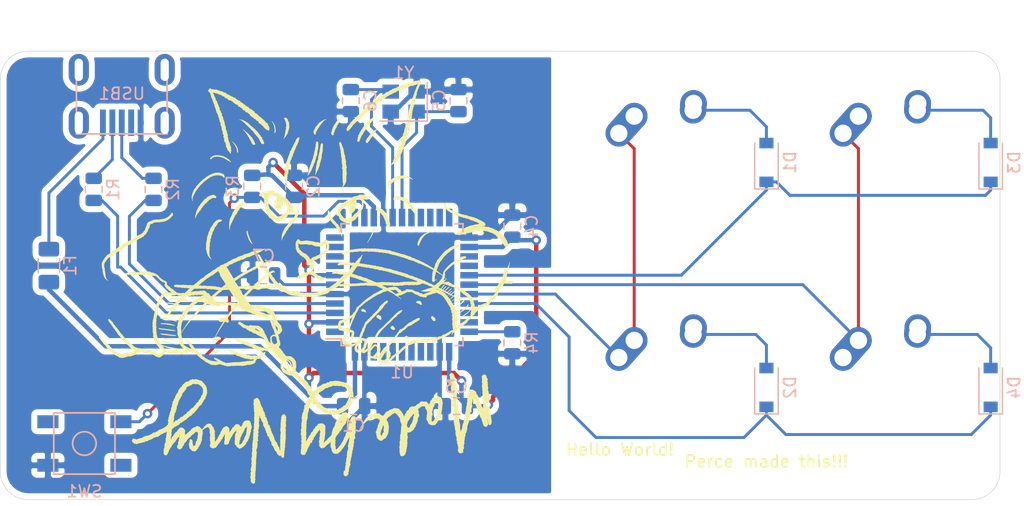
<source format=kicad_pcb>
(kicad_pcb (version 20171130) (host pcbnew "(5.1.5)-1")
  (layers (0 F.Cu signal) (31 B.Cu signal) (34 B.Paste user) (35 F.Paste user) (36 B.SilkS user) (37 F.SilkS user) (38 B.Mask user) (39 F.Mask user) (44 Edge.Cuts user))
  (net 0 "")
  (net 1 GND)
  (net 2 +5V)
  (net 3 "Net-(C5-Pad2)")
  (net 4 "Net-(C6-Pad2)")
  (net 5 "Net-(C7-Pad1)")
  (net 6 "Net-(D1-Pad2)")
  (net 7 ROW0)
  (net 8 "Net-(D2-Pad2)")
  (net 9 ROW1)
  (net 10 "Net-(D3-Pad2)")
  (net 11 "Net-(D4-Pad2)")
  (net 12 VCC)
  (net 13 COL0)
  (net 14 COL1)
  (net 15 D-)
  (net 16 "Net-(R1-Pad1)")
  (net 17 D+)
  (net 18 "Net-(R2-Pad1)")
  (net 19 "Net-(R3-Pad2)")
  (net 20 "Net-(R4-Pad2)")
  (net 21 "Net-(U1-Pad42)")
  (net 22 "Net-(U1-Pad41)")
  (net 23 "Net-(U1-Pad40)")
  (net 24 "Net-(U1-Pad39)")
  (net 25 "Net-(U1-Pad38)")
  (net 26 "Net-(U1-Pad37)")
  (net 27 "Net-(U1-Pad36)")
  (net 28 "Net-(U1-Pad32)")
  (net 29 "Net-(U1-Pad31)")
  (net 30 "Net-(U1-Pad26)")
  (net 31 "Net-(U1-Pad25)")
  (net 32 "Net-(U1-Pad22)")
  (net 33 "Net-(U1-Pad21)")
  (net 34 "Net-(U1-Pad20)")
  (net 35 "Net-(U1-Pad19)")
  (net 36 "Net-(U1-Pad18)")
  (net 37 "Net-(U1-Pad12)")
  (net 38 "Net-(U1-Pad11)")
  (net 39 "Net-(U1-Pad10)")
  (net 40 "Net-(U1-Pad9)")
  (net 41 "Net-(U1-Pad8)")
  (net 42 "Net-(U1-Pad1)")
  (net 43 "Net-(USB1-Pad6)")
  (net 44 "Net-(USB1-Pad2)")
  (module perce:logo_smallest (layer F.Cu) (at -382.016 49.53)
    (fp_text reference G*** hide)
    (fp_text value LOGO hide)
  )
  (module Crystal:Crystal_SMD_3225-4Pin_3.2x2.5mm (layer B.Cu) (at -373.718 34.456 180)
    (fp_text reference Y1 (at 0 2.45) (layer B.SilkS) (effects (justify mirror)))
    (fp_text value Crystal_GND24_Small)
    (pad 4 smd rect (at -1.1 0.85 180) (size 1.4 1.2) (layers B.Cu B.Paste B.Mask) (net 1 GND))
    (pad 3 smd rect (at 1.1 0.85 180) (size 1.4 1.2) (layers B.Cu B.Paste B.Mask) (net 4 "Net-(C6-Pad2)"))
    (pad 2 smd rect (at 1.1 -0.85 180) (size 1.4 1.2) (layers B.Cu B.Paste B.Mask) (net 1 GND))
    (pad 1 smd rect (at -1.1 -0.85 180) (size 1.4 1.2) (layers B.Cu B.Paste B.Mask) (net 3 "Net-(C5-Pad2)"))
  )
  (module random-keyboard-parts:Molex-0548190589 (layer B.Cu) (at -397.66875 31.75 270)
    (fp_text reference USB1 (at 2.032 0) (layer B.SilkS) (effects (justify mirror)))
    (fp_text value Molex-0548190589)
    (pad 6 thru_hole oval (at 0 3.65 270) (size 2.7 1.7) (drill oval 1.9 0.7) (layers *.Cu *.Mask) (net 43 "Net-(USB1-Pad6)"))
    (pad 6 thru_hole oval (at 0 -3.65 270) (size 2.7 1.7) (drill oval 1.9 0.7) (layers *.Cu *.Mask) (net 43 "Net-(USB1-Pad6)"))
    (pad 6 thru_hole oval (at 4.5 -3.65 270) (size 2.7 1.7) (drill oval 1.9 0.7) (layers *.Cu *.Mask) (net 43 "Net-(USB1-Pad6)"))
    (pad 6 thru_hole oval (at 4.5 3.65 270) (size 2.7 1.7) (drill oval 1.9 0.7) (layers *.Cu *.Mask) (net 43 "Net-(USB1-Pad6)"))
    (pad 5 smd rect (at 4.5 1.6 270) (size 2.25 0.5) (layers B.Cu B.Paste B.Mask) (net 12 VCC))
    (pad 4 smd rect (at 4.5 0.8 270) (size 2.25 0.5) (layers B.Cu B.Paste B.Mask) (net 15 D-))
    (pad 3 smd rect (at 4.5 0 270) (size 2.25 0.5) (layers B.Cu B.Paste B.Mask) (net 17 D+))
    (pad 2 smd rect (at 4.5 -0.8 270) (size 2.25 0.5) (layers B.Cu B.Paste B.Mask) (net 44 "Net-(USB1-Pad2)"))
    (pad 1 smd rect (at 4.5 -1.6 270) (size 2.25 0.5) (layers B.Cu B.Paste B.Mask) (net 1 GND))
  )
  (module Package_QFP:TQFP-44_10x10mm_P0.8mm (layer B.Cu) (at -373.85625 50.00625)
    (fp_text reference U1 (at 0 7.45) (layer B.SilkS) (effects (justify mirror)))
    (fp_text value ATmega32U4-AU)
    (pad 44 smd rect (at -4 5.7 270) (size 1.5 0.55) (layers B.Cu B.Paste B.Mask) (net 2 +5V))
    (pad 43 smd rect (at -3.2 5.7 270) (size 1.5 0.55) (layers B.Cu B.Paste B.Mask) (net 1 GND))
    (pad 42 smd rect (at -2.4 5.7 270) (size 1.5 0.55) (layers B.Cu B.Paste B.Mask) (net 21 "Net-(U1-Pad42)"))
    (pad 41 smd rect (at -1.6 5.7 270) (size 1.5 0.55) (layers B.Cu B.Paste B.Mask) (net 22 "Net-(U1-Pad41)"))
    (pad 40 smd rect (at -0.8 5.7 270) (size 1.5 0.55) (layers B.Cu B.Paste B.Mask) (net 23 "Net-(U1-Pad40)"))
    (pad 39 smd rect (at 0 5.7 270) (size 1.5 0.55) (layers B.Cu B.Paste B.Mask) (net 24 "Net-(U1-Pad39)"))
    (pad 38 smd rect (at 0.8 5.7 270) (size 1.5 0.55) (layers B.Cu B.Paste B.Mask) (net 25 "Net-(U1-Pad38)"))
    (pad 37 smd rect (at 1.6 5.7 270) (size 1.5 0.55) (layers B.Cu B.Paste B.Mask) (net 26 "Net-(U1-Pad37)"))
    (pad 36 smd rect (at 2.4 5.7 270) (size 1.5 0.55) (layers B.Cu B.Paste B.Mask) (net 27 "Net-(U1-Pad36)"))
    (pad 35 smd rect (at 3.2 5.7 270) (size 1.5 0.55) (layers B.Cu B.Paste B.Mask) (net 1 GND))
    (pad 34 smd rect (at 4 5.7 270) (size 1.5 0.55) (layers B.Cu B.Paste B.Mask) (net 2 +5V))
    (pad 33 smd rect (at 5.7 4) (size 1.5 0.55) (layers B.Cu B.Paste B.Mask) (net 20 "Net-(R4-Pad2)"))
    (pad 32 smd rect (at 5.7 3.2) (size 1.5 0.55) (layers B.Cu B.Paste B.Mask) (net 28 "Net-(U1-Pad32)"))
    (pad 31 smd rect (at 5.7 2.4) (size 1.5 0.55) (layers B.Cu B.Paste B.Mask) (net 29 "Net-(U1-Pad31)"))
    (pad 30 smd rect (at 5.7 1.6) (size 1.5 0.55) (layers B.Cu B.Paste B.Mask) (net 9 ROW1))
    (pad 29 smd rect (at 5.7 0.8) (size 1.5 0.55) (layers B.Cu B.Paste B.Mask) (net 13 COL0))
    (pad 28 smd rect (at 5.7 0) (size 1.5 0.55) (layers B.Cu B.Paste B.Mask) (net 14 COL1))
    (pad 27 smd rect (at 5.7 -0.8) (size 1.5 0.55) (layers B.Cu B.Paste B.Mask) (net 7 ROW0))
    (pad 26 smd rect (at 5.7 -1.6) (size 1.5 0.55) (layers B.Cu B.Paste B.Mask) (net 30 "Net-(U1-Pad26)"))
    (pad 25 smd rect (at 5.7 -2.4) (size 1.5 0.55) (layers B.Cu B.Paste B.Mask) (net 31 "Net-(U1-Pad25)"))
    (pad 24 smd rect (at 5.7 -3.2) (size 1.5 0.55) (layers B.Cu B.Paste B.Mask) (net 2 +5V))
    (pad 23 smd rect (at 5.7 -4) (size 1.5 0.55) (layers B.Cu B.Paste B.Mask) (net 1 GND))
    (pad 22 smd rect (at 4 -5.7 270) (size 1.5 0.55) (layers B.Cu B.Paste B.Mask) (net 32 "Net-(U1-Pad22)"))
    (pad 21 smd rect (at 3.2 -5.7 270) (size 1.5 0.55) (layers B.Cu B.Paste B.Mask) (net 33 "Net-(U1-Pad21)"))
    (pad 20 smd rect (at 2.4 -5.7 270) (size 1.5 0.55) (layers B.Cu B.Paste B.Mask) (net 34 "Net-(U1-Pad20)"))
    (pad 19 smd rect (at 1.6 -5.7 270) (size 1.5 0.55) (layers B.Cu B.Paste B.Mask) (net 35 "Net-(U1-Pad19)"))
    (pad 18 smd rect (at 0.8 -5.7 270) (size 1.5 0.55) (layers B.Cu B.Paste B.Mask) (net 36 "Net-(U1-Pad18)"))
    (pad 17 smd rect (at 0 -5.7 270) (size 1.5 0.55) (layers B.Cu B.Paste B.Mask) (net 3 "Net-(C5-Pad2)"))
    (pad 16 smd rect (at -0.8 -5.7 270) (size 1.5 0.55) (layers B.Cu B.Paste B.Mask) (net 4 "Net-(C6-Pad2)"))
    (pad 15 smd rect (at -1.6 -5.7 270) (size 1.5 0.55) (layers B.Cu B.Paste B.Mask) (net 1 GND))
    (pad 14 smd rect (at -2.4 -5.7 270) (size 1.5 0.55) (layers B.Cu B.Paste B.Mask) (net 2 +5V))
    (pad 13 smd rect (at -3.2 -5.7 270) (size 1.5 0.55) (layers B.Cu B.Paste B.Mask) (net 19 "Net-(R3-Pad2)"))
    (pad 12 smd rect (at -4 -5.7 270) (size 1.5 0.55) (layers B.Cu B.Paste B.Mask) (net 37 "Net-(U1-Pad12)"))
    (pad 11 smd rect (at -5.7 -4) (size 1.5 0.55) (layers B.Cu B.Paste B.Mask) (net 38 "Net-(U1-Pad11)"))
    (pad 10 smd rect (at -5.7 -3.2) (size 1.5 0.55) (layers B.Cu B.Paste B.Mask) (net 39 "Net-(U1-Pad10)"))
    (pad 9 smd rect (at -5.7 -2.4) (size 1.5 0.55) (layers B.Cu B.Paste B.Mask) (net 40 "Net-(U1-Pad9)"))
    (pad 8 smd rect (at -5.7 -1.6) (size 1.5 0.55) (layers B.Cu B.Paste B.Mask) (net 41 "Net-(U1-Pad8)"))
    (pad 7 smd rect (at -5.7 -0.8) (size 1.5 0.55) (layers B.Cu B.Paste B.Mask) (net 2 +5V))
    (pad 6 smd rect (at -5.7 0) (size 1.5 0.55) (layers B.Cu B.Paste B.Mask) (net 5 "Net-(C7-Pad1)"))
    (pad 5 smd rect (at -5.7 0.8) (size 1.5 0.55) (layers B.Cu B.Paste B.Mask) (net 1 GND))
    (pad 4 smd rect (at -5.7 1.6) (size 1.5 0.55) (layers B.Cu B.Paste B.Mask) (net 18 "Net-(R2-Pad1)"))
    (pad 3 smd rect (at -5.7 2.4) (size 1.5 0.55) (layers B.Cu B.Paste B.Mask) (net 16 "Net-(R1-Pad1)"))
    (pad 2 smd rect (at -5.7 3.2) (size 1.5 0.55) (layers B.Cu B.Paste B.Mask) (net 2 +5V))
    (pad 1 smd rect (at -5.7 4) (size 1.5 0.55) (layers B.Cu B.Paste B.Mask) (net 42 "Net-(U1-Pad1)"))
  )
  (module random-keyboard-parts:SKQG-1155865 (layer B.Cu) (at -400.84375 63.5 180)
    (fp_text reference SW1 (at 0 -4.064) (layer B.SilkS) (effects (justify mirror)))
    (fp_text value SW_Push)
    (pad 4 smd rect (at -3.1 -1.85 180) (size 1.8 1.1) (layers B.Cu B.Paste B.Mask))
    (pad 3 smd rect (at 3.1 1.85 180) (size 1.8 1.1) (layers B.Cu B.Paste B.Mask))
    (pad 2 smd rect (at -3.1 1.85 180) (size 1.8 1.1) (layers B.Cu B.Paste B.Mask) (net 19 "Net-(R3-Pad2)"))
    (pad 1 smd rect (at 3.1 -1.85 180) (size 1.8 1.1) (layers B.Cu B.Paste B.Mask) (net 1 GND))
  )
  (module Resistor_SMD:R_0805_2012Metric (layer B.Cu) (at -364.49 54.9425 90)
    (fp_text reference R4 (at 0 1.65 270) (layer B.SilkS) (effects (justify mirror)))
    (fp_text value 10k)
    (pad 2 smd roundrect (at 0.9375 0 90) (size 0.975 1.4) (layers B.Cu B.Paste B.Mask) (net 20 "Net-(R4-Pad2)"))
    (pad 1 smd roundrect (at -0.9375 0 90) (size 0.975 1.4) (layers B.Cu B.Paste B.Mask) (net 1 GND))
  )
  (module Resistor_SMD:R_0805_2012Metric (layer B.Cu) (at -386.588 41.656 270)
    (fp_text reference R3 (at 0 1.65 270) (layer B.SilkS) (effects (justify mirror)))
    (fp_text value 10k)
    (pad 2 smd roundrect (at 0.9375 0 270) (size 0.975 1.4) (layers B.Cu B.Paste B.Mask) (net 19 "Net-(R3-Pad2)"))
    (pad 1 smd roundrect (at -0.9375 0 270) (size 0.975 1.4) (layers B.Cu B.Paste B.Mask) (net 2 +5V))
  )
  (module Resistor_SMD:R_0805_2012Metric (layer B.Cu) (at -394.97 41.91 90)
    (fp_text reference R2 (at 0 1.65 270) (layer B.SilkS) (effects (justify mirror)))
    (fp_text value 22)
    (pad 2 smd roundrect (at 0.9375 0 90) (size 0.975 1.4) (layers B.Cu B.Paste B.Mask) (net 17 D+))
    (pad 1 smd roundrect (at -0.9375 0 90) (size 0.975 1.4) (layers B.Cu B.Paste B.Mask) (net 18 "Net-(R2-Pad1)"))
  )
  (module Resistor_SMD:R_0805_2012Metric (layer B.Cu) (at -400.05 41.91 90)
    (fp_text reference R1 (at 0 1.65 270) (layer B.SilkS) (effects (justify mirror)))
    (fp_text value 22)
    (pad 2 smd roundrect (at 0.9375 0 90) (size 0.975 1.4) (layers B.Cu B.Paste B.Mask) (net 15 D-))
    (pad 1 smd roundrect (at -0.9375 0 90) (size 0.975 1.4) (layers B.Cu B.Paste B.Mask) (net 16 "Net-(R1-Pad1)"))
  )
  (module MX_Alps_Hybrid:MX-1U-NoLED (layer F.Cu) (at -332.58125 58.7375)
    (fp_text reference MX4)
    (fp_text value MX-NoLED)
    (pad "" np_thru_hole circle (at 5.08 0 48.0996) (size 1.75 1.75) (drill 1.75) (layers *.Cu *.Mask))
    (pad "" np_thru_hole circle (at -5.08 0 48.0996) (size 1.75 1.75) (drill 1.75) (layers *.Cu *.Mask))
    (pad 1 thru_hole circle (at -2.5 -4) (size 2.25 2.25) (drill 1.47) (layers *.Cu B.Mask) (net 14 COL1))
    (pad "" np_thru_hole circle (at 0 0) (size 3.9878 3.9878) (drill 3.9878) (layers *.Cu *.Mask))
    (pad 1 thru_hole oval (at -3.81 -2.54 48.0996) (size 4.211556 2.25) (drill 1.47 (offset 0.980778 0)) (layers *.Cu B.Mask) (net 14 COL1))
    (pad 2 thru_hole circle (at 2.54 -5.08) (size 2.25 2.25) (drill 1.47) (layers *.Cu B.Mask) (net 11 "Net-(D4-Pad2)"))
    (pad 2 thru_hole oval (at 2.5 -4.5 86.0548) (size 2.831378 2.25) (drill 1.47 (offset 0.290689 0)) (layers *.Cu B.Mask) (net 11 "Net-(D4-Pad2)"))
  )
  (module MX_Alps_Hybrid:MX-1U-NoLED (layer F.Cu) (at -332.58125 39.6875)
    (fp_text reference MX3)
    (fp_text value MX-NoLED)
    (pad "" np_thru_hole circle (at 5.08 0 48.0996) (size 1.75 1.75) (drill 1.75) (layers *.Cu *.Mask))
    (pad "" np_thru_hole circle (at -5.08 0 48.0996) (size 1.75 1.75) (drill 1.75) (layers *.Cu *.Mask))
    (pad 1 thru_hole circle (at -2.5 -4) (size 2.25 2.25) (drill 1.47) (layers *.Cu B.Mask) (net 14 COL1))
    (pad "" np_thru_hole circle (at 0 0) (size 3.9878 3.9878) (drill 3.9878) (layers *.Cu *.Mask))
    (pad 1 thru_hole oval (at -3.81 -2.54 48.0996) (size 4.211556 2.25) (drill 1.47 (offset 0.980778 0)) (layers *.Cu B.Mask) (net 14 COL1))
    (pad 2 thru_hole circle (at 2.54 -5.08) (size 2.25 2.25) (drill 1.47) (layers *.Cu B.Mask) (net 10 "Net-(D3-Pad2)"))
    (pad 2 thru_hole oval (at 2.5 -4.5 86.0548) (size 2.831378 2.25) (drill 1.47 (offset 0.290689 0)) (layers *.Cu B.Mask) (net 10 "Net-(D3-Pad2)"))
  )
  (module MX_Alps_Hybrid:MX-1U-NoLED (layer F.Cu) (at -351.63125 58.7375)
    (fp_text reference MX2)
    (fp_text value MX-NoLED)
    (pad "" np_thru_hole circle (at 5.08 0 48.0996) (size 1.75 1.75) (drill 1.75) (layers *.Cu *.Mask))
    (pad "" np_thru_hole circle (at -5.08 0 48.0996) (size 1.75 1.75) (drill 1.75) (layers *.Cu *.Mask))
    (pad 1 thru_hole circle (at -2.5 -4) (size 2.25 2.25) (drill 1.47) (layers *.Cu B.Mask) (net 13 COL0))
    (pad "" np_thru_hole circle (at 0 0) (size 3.9878 3.9878) (drill 3.9878) (layers *.Cu *.Mask))
    (pad 1 thru_hole oval (at -3.81 -2.54 48.0996) (size 4.211556 2.25) (drill 1.47 (offset 0.980778 0)) (layers *.Cu B.Mask) (net 13 COL0))
    (pad 2 thru_hole circle (at 2.54 -5.08) (size 2.25 2.25) (drill 1.47) (layers *.Cu B.Mask) (net 8 "Net-(D2-Pad2)"))
    (pad 2 thru_hole oval (at 2.5 -4.5 86.0548) (size 2.831378 2.25) (drill 1.47 (offset 0.290689 0)) (layers *.Cu B.Mask) (net 8 "Net-(D2-Pad2)"))
  )
  (module MX_Alps_Hybrid:MX-1U-NoLED (layer F.Cu) (at -351.63125 39.6875)
    (fp_text reference MX1)
    (fp_text value MX-NoLED)
    (pad "" np_thru_hole circle (at 5.08 0 48.0996) (size 1.75 1.75) (drill 1.75) (layers *.Cu *.Mask))
    (pad "" np_thru_hole circle (at -5.08 0 48.0996) (size 1.75 1.75) (drill 1.75) (layers *.Cu *.Mask))
    (pad 1 thru_hole circle (at -2.5 -4) (size 2.25 2.25) (drill 1.47) (layers *.Cu B.Mask) (net 13 COL0))
    (pad "" np_thru_hole circle (at 0 0) (size 3.9878 3.9878) (drill 3.9878) (layers *.Cu *.Mask))
    (pad 1 thru_hole oval (at -3.81 -2.54 48.0996) (size 4.211556 2.25) (drill 1.47 (offset 0.980778 0)) (layers *.Cu B.Mask) (net 13 COL0))
    (pad 2 thru_hole circle (at 2.54 -5.08) (size 2.25 2.25) (drill 1.47) (layers *.Cu B.Mask) (net 6 "Net-(D1-Pad2)"))
    (pad 2 thru_hole oval (at 2.5 -4.5 86.0548) (size 2.831378 2.25) (drill 1.47 (offset 0.290689 0)) (layers *.Cu B.Mask) (net 6 "Net-(D1-Pad2)"))
  )
  (module Fuse:Fuse_1206_3216Metric (layer B.Cu) (at -403.86 48.39 90)
    (fp_text reference F1 (at 0 1.82 90) (layer B.SilkS) (effects (justify mirror)))
    (fp_text value 500mA)
    (pad 2 smd roundrect (at 1.4 0 90) (size 1.25 1.75) (layers B.Cu B.Paste B.Mask) (roundrect_rratio 0.2) (net 12 VCC))
    (pad 1 smd roundrect (at -1.4 0 90) (size 1.25 1.75) (layers B.Cu B.Paste B.Mask) (roundrect_rratio 0.2) (net 2 +5V))
  )
  (module Diode_SMD:D_SOD-123 (layer B.Cu) (at -323.85 58.7375 90)
    (fp_text reference D4 (at 0 2 270) (layer B.SilkS) (effects (justify mirror)))
    (fp_text value D_Small)
    (pad 2 smd rect (at 1.65 0 90) (size 0.9 1.2) (layers B.Cu B.Paste B.Mask) (net 11 "Net-(D4-Pad2)"))
    (pad 1 smd rect (at -1.65 0 90) (size 0.9 1.2) (layers B.Cu B.Paste B.Mask) (net 9 ROW1))
  )
  (module Diode_SMD:D_SOD-123 (layer B.Cu) (at -323.85 39.625 90)
    (fp_text reference D3 (at 0 2 270) (layer B.SilkS) (effects (justify mirror)))
    (fp_text value D_Small)
    (pad 2 smd rect (at 1.65 0 90) (size 0.9 1.2) (layers B.Cu B.Paste B.Mask) (net 10 "Net-(D3-Pad2)"))
    (pad 1 smd rect (at -1.65 0 90) (size 0.9 1.2) (layers B.Cu B.Paste B.Mask) (net 7 ROW0))
  )
  (module Diode_SMD:D_SOD-123 (layer B.Cu) (at -342.9 58.7375 90)
    (fp_text reference D2 (at 0 2 270) (layer B.SilkS) (effects (justify mirror)))
    (fp_text value D_Small)
    (pad 2 smd rect (at 1.65 0 90) (size 0.9 1.2) (layers B.Cu B.Paste B.Mask) (net 8 "Net-(D2-Pad2)"))
    (pad 1 smd rect (at -1.65 0 90) (size 0.9 1.2) (layers B.Cu B.Paste B.Mask) (net 9 ROW1))
  )
  (module Diode_SMD:D_SOD-123 (layer B.Cu) (at -342.9 39.625 90)
    (fp_text reference D1 (at 0 2 270) (layer B.SilkS) (effects (justify mirror)))
    (fp_text value D_Small)
    (pad 2 smd rect (at 1.65 0 90) (size 0.9 1.2) (layers B.Cu B.Paste B.Mask) (net 6 "Net-(D1-Pad2)"))
    (pad 1 smd rect (at -1.65 0 90) (size 0.9 1.2) (layers B.Cu B.Paste B.Mask) (net 7 ROW0))
  )
  (module Capacitor_SMD:C_0805_2012Metric (layer B.Cu) (at -385.61875 49.2125 180)
    (fp_text reference C7 (at 0 1.65) (layer B.SilkS) (effects (justify mirror)))
    (fp_text value 1uF)
    (pad 2 smd roundrect (at 0.9375 0 180) (size 0.975 1.4) (layers B.Cu B.Paste B.Mask) (net 1 GND))
    (pad 1 smd roundrect (at -0.9375 0 180) (size 0.975 1.4) (layers B.Cu B.Paste B.Mask) (net 5 "Net-(C7-Pad1)"))
  )
  (module Capacitor_SMD:C_0805_2012Metric (layer B.Cu) (at -378.206 34.3685 90)
    (fp_text reference C6 (at 0 1.65 270) (layer B.SilkS) (effects (justify mirror)))
    (fp_text value 22pF)
    (pad 2 smd roundrect (at 0.9375 0 90) (size 0.975 1.4) (layers B.Cu B.Paste B.Mask) (net 4 "Net-(C6-Pad2)"))
    (pad 1 smd roundrect (at -0.9375 0 90) (size 0.975 1.4) (layers B.Cu B.Paste B.Mask) (net 1 GND))
  )
  (module Capacitor_SMD:C_0805_2012Metric (layer B.Cu) (at -369.062 34.3685 270)
    (fp_text reference C5 (at 0 1.65 270) (layer B.SilkS) (effects (justify mirror)))
    (fp_text value 22pF)
    (pad 2 smd roundrect (at 0.9375 0 270) (size 0.975 1.4) (layers B.Cu B.Paste B.Mask) (net 3 "Net-(C5-Pad2)"))
    (pad 1 smd roundrect (at -0.9375 0 270) (size 0.975 1.4) (layers B.Cu B.Paste B.Mask) (net 1 GND))
  )
  (module Capacitor_SMD:C_0805_2012Metric (layer B.Cu) (at -364.49 45.0365 90)
    (fp_text reference C4 (at 0 1.65 90) (layer B.SilkS) (effects (justify mirror)))
    (fp_text value 0.1uf)
    (pad 2 smd roundrect (at 0.9375 0 90) (size 0.975 1.4) (layers B.Cu B.Paste B.Mask) (net 1 GND))
    (pad 1 smd roundrect (at -0.9375 0 90) (size 0.975 1.4) (layers B.Cu B.Paste B.Mask) (net 2 +5V))
  )
  (module Capacitor_SMD:C_0805_2012Metric (layer B.Cu) (at -369.2375 60.325 180)
    (fp_text reference C3 (at 0 1.65) (layer B.SilkS) (effects (justify mirror)))
    (fp_text value 0.1uf)
    (pad 2 smd roundrect (at 0.9375 0 180) (size 0.975 1.4) (layers B.Cu B.Paste B.Mask) (net 1 GND))
    (pad 1 smd roundrect (at -0.9375 0 180) (size 0.975 1.4) (layers B.Cu B.Paste B.Mask) (net 2 +5V))
  )
  (module Capacitor_SMD:C_0805_2012Metric (layer B.Cu) (at -383.032 41.656 90)
    (fp_text reference C2 (at 0 1.65 90) (layer B.SilkS) (effects (justify mirror)))
    (fp_text value 0.1uf)
    (pad 2 smd roundrect (at 0.9375 0 90) (size 0.975 1.4) (layers B.Cu B.Paste B.Mask) (net 1 GND))
    (pad 1 smd roundrect (at -0.9375 0 90) (size 0.975 1.4) (layers B.Cu B.Paste B.Mask) (net 2 +5V))
  )
  (module Capacitor_SMD:C_0805_2012Metric (layer B.Cu) (at -377.96875 60.325)
    (fp_text reference C1 (at 0 1.65) (layer B.SilkS) (effects (justify mirror)))
    (fp_text value 0.1uf)
    (pad 2 smd roundrect (at 0.9375 0) (size 0.975 1.4) (layers B.Cu B.Paste B.Mask) (net 1 GND))
    (pad 1 smd roundrect (at -0.9375 0) (size 0.975 1.4) (layers B.Cu B.Paste B.Mask) (net 2 +5V))
  )
  (gr_text "Perce made this!!!" (at -342.9 65.024) (layer F.SilkS) (effects (font (size 1 1))))
  (gr_text "Hello World!" (at -355.346 64.008) (layer F.SilkS) (effects (font (size 1 1))))
  (gr_arc (start -405.60625 65.88125) (end -407.9875 65.88125) (angle -90) (layer Edge.Cuts) (width 0.05))
  (gr_arc (start -405.60625 32.54375) (end -405.60625 30.1625) (angle -90) (layer Edge.Cuts) (width 0.05))
  (gr_line (start -407.9875 65.88125) (end -407.9875 32.54375) (layer Edge.Cuts) (width 0.05))
  (gr_line (start -325.4375 68.2625) (end -405.60625 68.2625) (layer Edge.Cuts) (width 0.05))
  (gr_line (start -325.4375 30.1625) (end -405.60625 30.1625) (layer Edge.Cuts) (width 0.05))
  (gr_line (start -323.05625 32.54375) (end -323.05625 65.88125) (layer Edge.Cuts) (width 0.05))
  (gr_arc (start -325.4375 65.88125) (end -325.4375 68.2625) (angle -90) (layer Edge.Cuts) (width 0.05))
  (gr_arc (start -325.4375 32.54375) (end -323.05625 32.54375) (angle -90) (layer Edge.Cuts) (width 0.05))
  (segment (start -378.206 35.306) (end -379.73 35.306) (width 0.381) (layer B.Cu) (net 1))
  (segment (start -379.73 35.306) (end -380.492 34.544) (width 0.381) (layer B.Cu) (net 1))
  (segment (start -380.492 34.544) (end -380.492 31.75) (width 0.381) (layer B.Cu) (net 1))
  (segment (start -380.492 31.75) (end -379.73 30.988) (width 0.381) (layer B.Cu) (net 1))
  (segment (start -379.73 30.988) (end -373.38 30.988) (width 0.381) (layer B.Cu) (net 1))
  (segment (start -372.618 31.75) (end -372.618 33.606) (width 0.381) (layer B.Cu) (net 1))
  (segment (start -373.38 30.988) (end -372.618 31.75) (width 0.381) (layer B.Cu) (net 1))
  (segment (start -378.206 35.7935) (end -375.45625 38.54325) (width 0.381) (layer B.Cu) (net 1))
  (segment (start -378.206 35.306) (end -378.206 35.7935) (width 0.381) (layer B.Cu) (net 1))
  (segment (start -369.237 33.606) (end -369.062 33.431) (width 0.381) (layer B.Cu) (net 1))
  (segment (start -372.618 33.606) (end -369.237 33.606) (width 0.381) (layer B.Cu) (net 1))
  (segment (start -374.515098 35.306) (end -374.818 35.306) (width 0.381) (layer B.Cu) (net 1))
  (segment (start -372.815098 33.606) (end -374.515098 35.306) (width 0.381) (layer B.Cu) (net 1))
  (segment (start -372.618 33.606) (end -372.815098 33.606) (width 0.381) (layer B.Cu) (net 1))
  (segment (start -375.45625 43.17525) (end -375.45625 44.30625) (width 0.381) (layer B.Cu) (net 1))
  (segment (start -377.05625 60.3) (end -377.03125 60.325) (width 0.381) (layer B.Cu) (net 1))
  (segment (start -377.05625 55.70625) (end -377.05625 60.3) (width 0.381) (layer B.Cu) (net 1))
  (segment (start -370.660527 59.839473) (end -370.175 60.325) (width 0.381) (layer B.Cu) (net 1))
  (segment (start -370.660527 56.322027) (end -370.660527 59.839473) (width 0.381) (layer B.Cu) (net 1))
  (segment (start -370.65625 56.31775) (end -370.660527 56.322027) (width 0.381) (layer B.Cu) (net 1))
  (segment (start -370.65625 55.70625) (end -370.65625 56.31775) (width 0.381) (layer B.Cu) (net 1))
  (segment (start -370.175 60.325) (end -370.175 62.387) (width 0.381) (layer B.Cu) (net 1))
  (segment (start -370.175 62.387) (end -369.062 63.5) (width 0.381) (layer B.Cu) (net 1))
  (segment (start -369.062 63.5) (end -367.284 63.5) (width 0.381) (layer B.Cu) (net 1))
  (segment (start -364.49 60.706) (end -364.49 55.88) (width 0.381) (layer B.Cu) (net 1))
  (segment (start -367.284 63.5) (end -364.49 60.706) (width 0.381) (layer B.Cu) (net 1))
  (segment (start -377.03125 60.325) (end -384.01625 67.31) (width 0.381) (layer B.Cu) (net 1))
  (segment (start -403.94375 66.281) (end -403.94375 65.35) (width 0.381) (layer B.Cu) (net 1))
  (segment (start -402.91475 67.31) (end -403.94375 66.281) (width 0.381) (layer B.Cu) (net 1))
  (segment (start -384.01625 67.31) (end -402.91475 67.31) (width 0.381) (layer B.Cu) (net 1))
  (segment (start -393.192 49.53) (end -391.91575 50.80625) (width 0.381) (layer B.Cu) (net 1))
  (segment (start -393.192 39.331096) (end -393.192 49.53) (width 0.381) (layer B.Cu) (net 1))
  (segment (start -386.55625 50.76825) (end -386.588 50.8) (width 0.381) (layer B.Cu) (net 1))
  (segment (start -391.91575 50.80625) (end -386.588 50.8) (width 0.381) (layer B.Cu) (net 1))
  (segment (start -386.55625 49.2125) (end -386.55625 50.76825) (width 0.381) (layer B.Cu) (net 1))
  (segment (start -386.588 50.8) (end -379.55625 50.80625) (width 0.381) (layer B.Cu) (net 1))
  (segment (start -382.332 40.7185) (end -381.6485 41.402) (width 0.381) (layer B.Cu) (net 1))
  (segment (start -383.032 40.7185) (end -382.332 40.7185) (width 0.381) (layer B.Cu) (net 1))
  (segment (start -381.6485 41.402) (end -376.174 41.402) (width 0.381) (layer B.Cu) (net 1))
  (segment (start -375.45625 38.54325) (end -375.412 42.164) (width 0.381) (layer B.Cu) (net 1))
  (segment (start -376.174 41.402) (end -375.412 42.164) (width 0.381) (layer B.Cu) (net 1))
  (segment (start -375.412 42.164) (end -375.45625 43.17525) (width 0.381) (layer B.Cu) (net 1))
  (segment (start -366.39725 46.00625) (end -364.49 44.099) (width 0.381) (layer B.Cu) (net 1))
  (segment (start -368.15625 46.00625) (end -366.39725 46.00625) (width 0.381) (layer B.Cu) (net 1))
  (segment (start -370.65625 54.57525) (end -370.65625 55.70625) (width 0.381) (layer B.Cu) (net 1))
  (segment (start -375.45625 49.77525) (end -370.65625 54.57525) (width 0.381) (layer B.Cu) (net 1))
  (segment (start -369.28725 46.00625) (end -369.3195 45.974) (width 0.381) (layer B.Cu) (net 1))
  (segment (start -375.45625 44.30625) (end -375.412 45.974) (width 0.381) (layer B.Cu) (net 1))
  (segment (start -369.3195 45.974) (end -375.412 45.974) (width 0.381) (layer B.Cu) (net 1))
  (segment (start -368.15625 46.00625) (end -369.28725 46.00625) (width 0.381) (layer B.Cu) (net 1))
  (segment (start -379.55625 50.80625) (end -378.42525 50.80625) (width 0.381) (layer B.Cu) (net 1))
  (segment (start -378.42525 50.80625) (end -377.403 49.784) (width 0.381) (layer B.Cu) (net 1))
  (segment (start -375.412 45.974) (end -375.412 49.784) (width 0.381) (layer B.Cu) (net 1))
  (segment (start -375.412 49.784) (end -375.45625 49.77525) (width 0.381) (layer B.Cu) (net 1))
  (segment (start -377.05625 49.90425) (end -376.936 49.784) (width 0.381) (layer B.Cu) (net 1))
  (segment (start -377.05625 55.70625) (end -377.05625 49.90425) (width 0.381) (layer B.Cu) (net 1))
  (segment (start -377.403 49.784) (end -376.936 49.784) (width 0.381) (layer B.Cu) (net 1))
  (segment (start -376.936 49.784) (end -375.412 49.784) (width 0.381) (layer B.Cu) (net 1))
  (segment (start -396.06875 37.756) (end -396.06875 36.25) (width 0.381) (layer B.Cu) (net 1))
  (segment (start -395.490202 38.334548) (end -396.06875 37.756) (width 0.381) (layer B.Cu) (net 1))
  (segment (start -394.188548 38.334548) (end -395.490202 38.334548) (width 0.381) (layer B.Cu) (net 1))
  (segment (start -394.188548 38.334548) (end -393.192 39.331096) (width 0.381) (layer B.Cu) (net 1))
  (segment (start -377.85625 59.275) (end -378.90625 60.325) (width 0.381) (layer B.Cu) (net 2))
  (segment (start -377.85625 55.70625) (end -377.85625 59.275) (width 0.381) (layer B.Cu) (net 2))
  (segment (start -369.85625 58.76875) (end -368.3 60.325) (width 0.381) (layer B.Cu) (net 2))
  (segment (start -369.85625 55.70625) (end -369.85625 58.76875) (width 0.381) (layer B.Cu) (net 2))
  (segment (start -403.86 50.415) (end -399.034 55.241) (width 0.381) (layer B.Cu) (net 2))
  (segment (start -403.86 49.79) (end -403.86 50.415) (width 0.381) (layer B.Cu) (net 2))
  (segment (start -399.034 55.241) (end -385.949 55.241) (width 0.381) (layer B.Cu) (net 2))
  (segment (start -380.865 60.325) (end -378.90625 60.325) (width 0.381) (layer B.Cu) (net 2))
  (segment (start -384.907 40.7185) (end -383.032 42.5935) (width 0.381) (layer B.Cu) (net 2))
  (segment (start -376.25625 43.377209) (end -376.25625 43.51625) (width 0.381) (layer B.Cu) (net 2))
  (segment (start -377.222969 42.41049) (end -376.25625 43.377209) (width 0.381) (layer B.Cu) (net 2))
  (segment (start -382.14899 42.41049) (end -377.222969 42.41049) (width 0.381) (layer B.Cu) (net 2))
  (segment (start -383.032 42.5935) (end -382.332 42.5935) (width 0.381) (layer B.Cu) (net 2))
  (segment (start -376.25625 43.51625) (end -376.25625 44.30625) (width 0.381) (layer B.Cu) (net 2))
  (segment (start -382.332 42.5935) (end -382.14899 42.41049) (width 0.381) (layer B.Cu) (net 2))
  (segment (start -376.25625 43.378348) (end -376.25625 43.51625) (width 0.381) (layer B.Cu) (net 2))
  (segment (start -365.32225 46.80625) (end -364.49 45.974) (width 0.381) (layer B.Cu) (net 2))
  (segment (start -368.15625 46.80625) (end -365.32225 46.80625) (width 0.381) (layer B.Cu) (net 2))
  (segment (start -379.55625 49.20625) (end -381.32375 49.20625) (width 0.381) (layer B.Cu) (net 2))
  (via (at -381.762 48.768) (size 0.8) (drill 0.4) (layers F.Cu B.Cu) (net 2))
  (segment (start -381.32375 49.20625) (end -381.762 48.768) (width 0.381) (layer B.Cu) (net 2))
  (segment (start -382.161999 48.368001) (end -382.161999 42.272001) (width 0.381) (layer F.Cu) (net 2))
  (segment (start -381.762 48.768) (end -382.161999 48.368001) (width 0.381) (layer F.Cu) (net 2))
  (via (at -384.81 39.624) (size 0.8) (drill 0.4) (layers F.Cu B.Cu) (net 2))
  (segment (start -382.161999 42.272001) (end -384.81 39.624) (width 0.381) (layer F.Cu) (net 2))
  (segment (start -385.209999 40.023999) (end -385.209999 40.531999) (width 0.381) (layer B.Cu) (net 2))
  (segment (start -386.588 40.7185) (end -385.318 40.64) (width 0.381) (layer B.Cu) (net 2))
  (segment (start -385.209999 40.531999) (end -385.318 40.64) (width 0.381) (layer B.Cu) (net 2))
  (segment (start -384.81 39.624) (end -385.209999 40.023999) (width 0.381) (layer B.Cu) (net 2))
  (segment (start -385.318 40.64) (end -384.907 40.7185) (width 0.381) (layer B.Cu) (net 2))
  (via (at -381.762 57.912) (size 0.8) (drill 0.4) (layers F.Cu B.Cu) (net 2))
  (segment (start -381.762 57.912) (end -381.762 59.436) (width 0.381) (layer B.Cu) (net 2))
  (segment (start -385.949 55.241) (end -381.762 59.436) (width 0.381) (layer B.Cu) (net 2))
  (segment (start -381.762 59.436) (end -380.865 60.325) (width 0.381) (layer B.Cu) (net 2))
  (via (at -381.762 53.34) (size 0.8) (drill 0.4) (layers F.Cu B.Cu) (net 2))
  (segment (start -381.62825 53.20625) (end -381.762 53.34) (width 0.381) (layer B.Cu) (net 2))
  (segment (start -379.55625 53.20625) (end -381.62825 53.20625) (width 0.381) (layer B.Cu) (net 2))
  (segment (start -381.762 48.768) (end -381.762 53.34) (width 0.381) (layer F.Cu) (net 2))
  (segment (start -381.762 53.34) (end -381.762 57.912) (width 0.381) (layer F.Cu) (net 2))
  (segment (start -381.362001 57.512001) (end -369.461999 57.512001) (width 0.381) (layer F.Cu) (net 2))
  (segment (start -381.762 57.912) (end -381.362001 57.512001) (width 0.381) (layer F.Cu) (net 2))
  (via (at -368.808 58.166) (size 0.8) (drill 0.4) (layers F.Cu B.Cu) (net 2))
  (segment (start -369.461999 57.512001) (end -368.808 58.166) (width 0.381) (layer F.Cu) (net 2))
  (segment (start -368.808 59.817) (end -368.3 60.325) (width 0.381) (layer B.Cu) (net 2))
  (segment (start -368.808 58.166) (end -368.808 59.817) (width 0.381) (layer B.Cu) (net 2))
  (via (at -366.522 60.198) (size 0.8) (drill 0.4) (layers F.Cu B.Cu) (net 2))
  (segment (start -368.3 60.325) (end -366.649 60.325) (width 0.381) (layer B.Cu) (net 2))
  (segment (start -366.649 60.325) (end -366.522 60.198) (width 0.381) (layer B.Cu) (net 2))
  (segment (start -366.122001 59.798001) (end -366.122001 59.544001) (width 0.381) (layer F.Cu) (net 2))
  (segment (start -366.522 60.198) (end -366.122001 59.798001) (width 0.381) (layer F.Cu) (net 2))
  (segment (start -366.122001 59.544001) (end -362.458 55.88) (width 0.381) (layer F.Cu) (net 2))
  (via (at -362.458 46.228) (size 0.8) (drill 0.4) (layers F.Cu B.Cu) (net 2))
  (segment (start -362.458 55.88) (end -362.458 46.228) (width 0.381) (layer F.Cu) (net 2))
  (segment (start -364.236 46.228) (end -364.49 45.974) (width 0.381) (layer B.Cu) (net 2))
  (segment (start -362.458 46.228) (end -364.236 46.228) (width 0.381) (layer B.Cu) (net 2))
  (segment (start -372.618 35.306) (end -372.618 37.084) (width 0.25) (layer B.Cu) (net 3))
  (segment (start -372.618 37.084) (end -373.888 38.354) (width 0.25) (layer B.Cu) (net 3))
  (segment (start -373.85625 38.38575) (end -373.85625 44.30625) (width 0.25) (layer B.Cu) (net 3))
  (segment (start -373.888 38.354) (end -373.85625 38.38575) (width 0.25) (layer B.Cu) (net 3))
  (segment (start -372.618 35.306) (end -369.062 35.306) (width 0.25) (layer B.Cu) (net 3))
  (segment (start -376.452 34.29) (end -376.452 36.552) (width 0.25) (layer B.Cu) (net 4))
  (segment (start -374.65625 38.34775) (end -374.65625 44.30625) (width 0.25) (layer B.Cu) (net 4))
  (segment (start -376.452 36.552) (end -374.65625 38.34775) (width 0.25) (layer B.Cu) (net 4))
  (segment (start -374.818 33.606) (end -375.768 33.606) (width 0.25) (layer B.Cu) (net 4))
  (segment (start -375.768 33.606) (end -376.452 34.29) (width 0.25) (layer B.Cu) (net 4))
  (segment (start -374.993 33.431) (end -374.818 33.606) (width 0.25) (layer B.Cu) (net 4))
  (segment (start -378.206 33.431) (end -374.993 33.431) (width 0.25) (layer B.Cu) (net 4))
  (segment (start -383.8875 50.00625) (end -379.55625 50.00625) (width 0.25) (layer B.Cu) (net 5))
  (segment (start -384.68125 49.2125) (end -383.8875 50.00625) (width 0.25) (layer B.Cu) (net 5))
  (segment (start -349.13125 35.1875) (end -344.3055 35.1875) (width 0.25) (layer B.Cu) (net 6))
  (segment (start -342.9 36.593) (end -342.9 37.975) (width 0.25) (layer B.Cu) (net 6))
  (segment (start -344.3055 35.1875) (end -342.9 36.593) (width 0.25) (layer B.Cu) (net 6))
  (segment (start -323.85 41.975) (end -323.85 41.275) (width 0.25) (layer B.Cu) (net 7))
  (segment (start -324.293 42.418) (end -323.85 41.975) (width 0.25) (layer B.Cu) (net 7))
  (segment (start -342.05 41.275) (end -340.907 42.418) (width 0.25) (layer B.Cu) (net 7))
  (segment (start -340.907 42.418) (end -324.293 42.418) (width 0.25) (layer B.Cu) (net 7))
  (segment (start -342.9 41.275) (end -342.05 41.275) (width 0.25) (layer B.Cu) (net 7))
  (segment (start -342.9 41.975) (end -342.9 41.275) (width 0.25) (layer B.Cu) (net 7))
  (segment (start -350.13125 49.20625) (end -342.9 41.975) (width 0.25) (layer B.Cu) (net 7))
  (segment (start -368.15625 49.20625) (end -350.13125 49.20625) (width 0.25) (layer B.Cu) (net 7))
  (segment (start -349.13125 54.2375) (end -343.7975 54.2375) (width 0.25) (layer B.Cu) (net 8))
  (segment (start -342.9 55.135) (end -342.9 57.0875) (width 0.25) (layer B.Cu) (net 8))
  (segment (start -343.7975 54.2375) (end -342.9 55.135) (width 0.25) (layer B.Cu) (net 8))
  (segment (start -342.9 61.0875) (end -341.2495 62.738) (width 0.25) (layer B.Cu) (net 9))
  (segment (start -323.85 61.0875) (end -323.85 60.3875) (width 0.25) (layer B.Cu) (net 9))
  (segment (start -325.5005 62.738) (end -323.85 61.0875) (width 0.25) (layer B.Cu) (net 9))
  (segment (start -341.2495 62.738) (end -325.5005 62.738) (width 0.25) (layer B.Cu) (net 9))
  (segment (start -368.15625 51.60625) (end -362.50225 51.60625) (width 0.25) (layer B.Cu) (net 9))
  (segment (start -362.50225 51.60625) (end -359.664 54.4445) (width 0.25) (layer B.Cu) (net 9))
  (segment (start -359.664 54.4445) (end -359.664 60.706) (width 0.25) (layer B.Cu) (net 9))
  (segment (start -359.664 60.706) (end -357.378 62.992) (width 0.25) (layer B.Cu) (net 9))
  (segment (start -342.9 61.0875) (end -342.9 60.3875) (width 0.25) (layer B.Cu) (net 9))
  (segment (start -344.8045 62.992) (end -342.9 61.0875) (width 0.25) (layer B.Cu) (net 9))
  (segment (start -357.378 62.992) (end -344.8045 62.992) (width 0.25) (layer B.Cu) (net 9))
  (segment (start -330.08125 35.1875) (end -324.4935 35.1875) (width 0.25) (layer B.Cu) (net 10))
  (segment (start -323.85 35.831) (end -323.85 37.975) (width 0.25) (layer B.Cu) (net 10))
  (segment (start -324.4935 35.1875) (end -323.85 35.831) (width 0.25) (layer B.Cu) (net 10))
  (segment (start -330.08125 54.2375) (end -324.9845 54.2375) (width 0.25) (layer B.Cu) (net 11))
  (segment (start -323.85 55.372) (end -323.85 57.0875) (width 0.25) (layer B.Cu) (net 11))
  (segment (start -324.9845 54.2375) (end -323.85 55.372) (width 0.25) (layer B.Cu) (net 11))
  (segment (start -403.86 42.21625) (end -403.86 46.365) (width 0.25) (layer B.Cu) (net 12))
  (segment (start -399.26875 37.625) (end -403.86 42.21625) (width 0.25) (layer B.Cu) (net 12))
  (segment (start -403.86 46.365) (end -403.86 46.99) (width 0.25) (layer B.Cu) (net 12))
  (segment (start -399.26875 36.25) (end -399.26875 37.625) (width 0.25) (layer B.Cu) (net 12))
  (segment (start -354.13125 54.8875) (end -355.44125 56.1975) (width 0.25) (layer F.Cu) (net 13))
  (segment (start -354.13125 38.4575) (end -354.13125 54.8875) (width 0.25) (layer F.Cu) (net 13))
  (segment (start -355.44125 37.1475) (end -354.13125 38.4575) (width 0.25) (layer F.Cu) (net 13))
  (segment (start -360.8325 50.80625) (end -355.44125 56.1975) (width 0.25) (layer B.Cu) (net 13))
  (segment (start -368.15625 50.80625) (end -360.8325 50.80625) (width 0.25) (layer B.Cu) (net 13))
  (segment (start -335.08125 38.4575) (end -335.08125 54.7375) (width 0.25) (layer F.Cu) (net 14))
  (segment (start -336.39125 37.1475) (end -335.08125 38.4575) (width 0.25) (layer F.Cu) (net 14))
  (segment (start -339.8125 50.00625) (end -335.08125 54.7375) (width 0.25) (layer B.Cu) (net 14))
  (segment (start -368.15625 50.00625) (end -339.8125 50.00625) (width 0.25) (layer B.Cu) (net 14))
  (segment (start -398.46875 39.39125) (end -398.46875 36.25) (width 0.25) (layer B.Cu) (net 15))
  (segment (start -400.05 40.9725) (end -398.46875 39.39125) (width 0.25) (layer B.Cu) (net 15))
  (segment (start -399.35 42.8475) (end -398.018 44.1795) (width 0.25) (layer B.Cu) (net 16))
  (segment (start -400.05 42.8475) (end -399.35 42.8475) (width 0.25) (layer B.Cu) (net 16))
  (segment (start -398.018 44.1795) (end -398.018 48.514) (width 0.25) (layer B.Cu) (net 16))
  (segment (start -398.018 48.514) (end -397.764 48.514) (width 0.25) (layer B.Cu) (net 16))
  (segment (start -393.87175 52.40625) (end -379.55625 52.40625) (width 0.25) (layer B.Cu) (net 16))
  (segment (start -397.764 48.514) (end -393.87175 52.40625) (width 0.25) (layer B.Cu) (net 16))
  (segment (start -397.66875 39.21125) (end -397.66875 36.25) (width 0.25) (layer B.Cu) (net 17))
  (segment (start -394.97 40.9725) (end -395.9075 40.9725) (width 0.25) (layer B.Cu) (net 17))
  (segment (start -395.9075 40.9725) (end -397.66875 39.21125) (width 0.25) (layer B.Cu) (net 17))
  (segment (start -393.65575 51.60625) (end -379.55625 51.60625) (width 0.25) (layer B.Cu) (net 18))
  (segment (start -397.0185 48.2435) (end -393.65575 51.60625) (width 0.25) (layer B.Cu) (net 18))
  (segment (start -397.0185 44.196) (end -397.0185 48.2435) (width 0.25) (layer B.Cu) (net 18))
  (segment (start -394.97 42.8475) (end -395.67 42.8475) (width 0.25) (layer B.Cu) (net 18))
  (segment (start -395.67 42.8475) (end -397.0185 44.196) (width 0.25) (layer B.Cu) (net 18))
  (segment (start -385.888 42.5935) (end -384.302 44.1795) (width 0.25) (layer B.Cu) (net 19))
  (segment (start -386.588 42.5935) (end -385.888 42.5935) (width 0.25) (layer B.Cu) (net 19))
  (segment (start -384.302 44.1795) (end -380.5085 44.1795) (width 0.25) (layer B.Cu) (net 19))
  (segment (start -380.5085 44.1795) (end -379.255 42.926) (width 0.25) (layer B.Cu) (net 19))
  (segment (start -377.05625 43.30625) (end -377.05625 44.30625) (width 0.25) (layer B.Cu) (net 19))
  (segment (start -377.4365 42.926) (end -377.05625 43.30625) (width 0.25) (layer B.Cu) (net 19))
  (segment (start -379.255 42.926) (end -377.4365 42.926) (width 0.25) (layer B.Cu) (net 19))
  (via (at -388.112 42.672) (size 0.8) (drill 0.4) (layers F.Cu B.Cu) (net 19))
  (segment (start -386.588 42.5935) (end -388.0335 42.5935) (width 0.25) (layer B.Cu) (net 19))
  (segment (start -388.0335 42.5935) (end -388.112 42.672) (width 0.25) (layer B.Cu) (net 19))
  (segment (start -388.511999 43.071999) (end -388.511999 53.993999) (width 0.25) (layer F.Cu) (net 19))
  (segment (start -388.112 42.672) (end -388.511999 43.071999) (width 0.25) (layer F.Cu) (net 19))
  (via (at -395.478 60.96) (size 0.8) (drill 0.4) (layers F.Cu B.Cu) (net 19))
  (segment (start -388.511999 53.993999) (end -395.478 60.96) (width 0.25) (layer F.Cu) (net 19))
  (segment (start -396.168 61.65) (end -397.74375 61.65) (width 0.25) (layer B.Cu) (net 19))
  (segment (start -395.478 60.96) (end -396.168 61.65) (width 0.25) (layer B.Cu) (net 19))
  (segment (start -368.155 54.005) (end -368.15625 54.00625) (width 0.25) (layer B.Cu) (net 20))
  (segment (start -364.49 54.005) (end -368.155 54.005) (width 0.25) (layer B.Cu) (net 20))
  (zone (net 1) (net_name GND) (layer B.Cu) (connect_pads (clearance 0.508)) (min_thickness 0.254) (fill yes (arc_segments 32) (thermal_gap 0.508) (thermal_bridge_width 0.508))
    (polygon (pts (xy -361.188 68.326) (xy -407.924 68.834) (xy -407.924 30.226) (xy -361.188 30.226)))
  )
)
</source>
